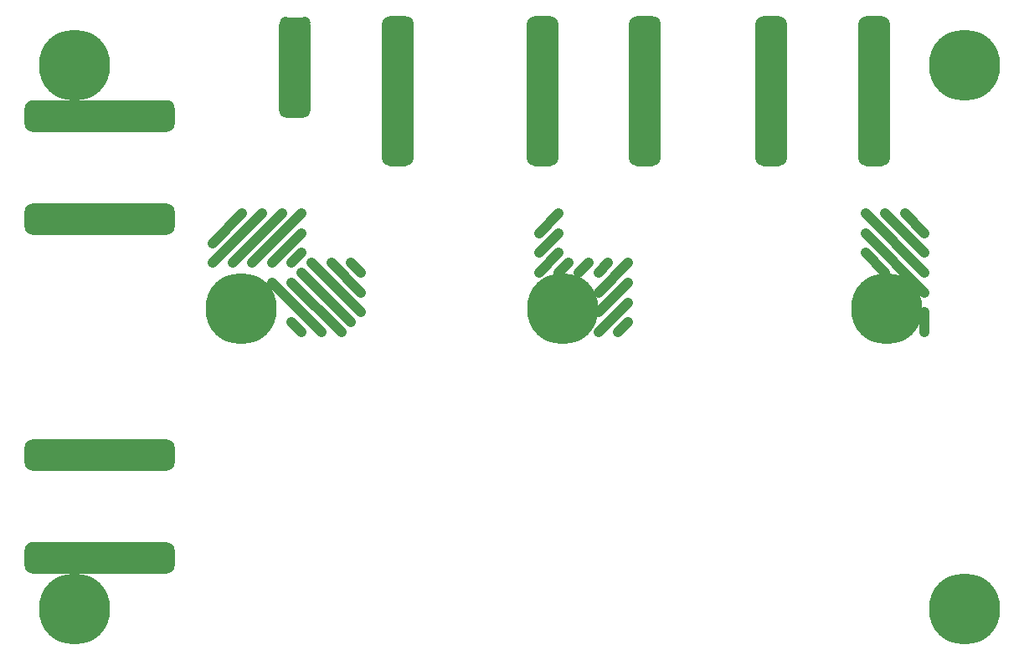
<source format=gbr>
%TF.GenerationSoftware,Altium Limited,Altium Designer,24.0.1 (36)*%
G04 Layer_Color=16711935*
%FSLAX45Y45*%
%MOMM*%
%TF.SameCoordinates,B8119A69-DF13-4F5F-B16A-25B655FCA713*%
%TF.FilePolarity,Negative*%
%TF.FileFunction,Soldermask,Bot*%
%TF.Part,Single*%
G01*
G75*
%TA.AperFunction,NonConductor*%
%ADD73C,1.01600*%
%TA.AperFunction,ConnectorPad*%
G04:AMPARAMS|DCode=95|XSize=3.2032mm|YSize=15.2032mm|CornerRadius=0.8516mm|HoleSize=0mm|Usage=FLASHONLY|Rotation=90.000|XOffset=0mm|YOffset=0mm|HoleType=Round|Shape=RoundedRectangle|*
%AMROUNDEDRECTD95*
21,1,3.20320,13.50000,0,0,90.0*
21,1,1.50000,15.20320,0,0,90.0*
1,1,1.70320,6.75000,0.75000*
1,1,1.70320,6.75000,-0.75000*
1,1,1.70320,-6.75000,-0.75000*
1,1,1.70320,-6.75000,0.75000*
%
%ADD95ROUNDEDRECTD95*%
G04:AMPARAMS|DCode=102|XSize=3.2032mm|YSize=10.2032mm|CornerRadius=0.8516mm|HoleSize=0mm|Usage=FLASHONLY|Rotation=0.000|XOffset=0mm|YOffset=0mm|HoleType=Round|Shape=RoundedRectangle|*
%AMROUNDEDRECTD102*
21,1,3.20320,8.50000,0,0,0.0*
21,1,1.50000,10.20320,0,0,0.0*
1,1,1.70320,0.75000,-4.25000*
1,1,1.70320,-0.75000,-4.25000*
1,1,1.70320,-0.75000,4.25000*
1,1,1.70320,0.75000,4.25000*
%
%ADD102ROUNDEDRECTD102*%
G04:AMPARAMS|DCode=104|XSize=3.2032mm|YSize=15.2032mm|CornerRadius=0.8516mm|HoleSize=0mm|Usage=FLASHONLY|Rotation=0.000|XOffset=0mm|YOffset=0mm|HoleType=Round|Shape=RoundedRectangle|*
%AMROUNDEDRECTD104*
21,1,3.20320,13.50000,0,0,0.0*
21,1,1.50000,15.20320,0,0,0.0*
1,1,1.70320,0.75000,-6.75000*
1,1,1.70320,-0.75000,-6.75000*
1,1,1.70320,-0.75000,6.75000*
1,1,1.70320,0.75000,6.75000*
%
%ADD104ROUNDEDRECTD104*%
%TA.AperFunction,SMDPad,CuDef*%
%ADD111C,0.20320*%
%TA.AperFunction,ComponentPad*%
%ADD112C,1.20320*%
%ADD113C,7.20320*%
%ADD114C,1.21920*%
D73*
X9100000Y3300000D02*
Y3500000D01*
X8500000Y4100000D02*
X8700000Y3900000D01*
X8500000Y4300000D02*
X9100000Y3700000D01*
X8500000Y4500000D02*
X9100000Y3900000D01*
X8700000Y4500000D02*
X9100000Y4100000D01*
X8700000Y4500000D02*
Y4500000D01*
X8900000D02*
X9100000Y4300000D01*
X6000000Y3300000D02*
X6100000Y3400000D01*
X6100000D01*
X5800000Y3300000D02*
X6100000Y3600000D01*
X5800000Y3500000D02*
X6100000Y3800000D01*
X6100000D01*
X5800000Y3700000D02*
X6100000Y4000000D01*
X5800000Y3900000D02*
X5900000Y4000000D01*
X5600000Y3900000D02*
X5700000Y4000000D01*
X5700000D01*
X5400000Y3900000D02*
X5500000Y4000000D01*
X5500000D01*
X5200000Y3900000D02*
X5400000Y4100000D01*
X5200000Y3900000D02*
X5200000D01*
X5200000Y4100000D02*
X5400000Y4300000D01*
X5200000D02*
X5400000Y4500000D01*
X5400000D01*
X2700000Y3400000D02*
X2800000Y3300000D01*
X2500000Y3800000D02*
X3000000Y3300000D01*
X2500000Y3800000D02*
Y3800000D01*
X2700000D02*
X3200000Y3300000D01*
X2800000Y3900000D02*
X3300000Y3400000D01*
X2900000Y4000000D02*
X3400000Y3500000D01*
X2900000Y4000000D02*
X2900000D01*
X3100000D02*
X3400000Y3700000D01*
X3300000Y4000000D02*
X3400000Y3900000D01*
X3300000Y4000000D02*
X3300000D01*
X2700000D02*
X2800000Y4100000D01*
X2500000Y4000000D02*
X2800000Y4300000D01*
Y4300000D01*
X2300000Y4000000D02*
X2800000Y4500000D01*
X2100000Y4000000D02*
X2600000Y4500000D01*
X1900000Y4000000D02*
X2400000Y4500000D01*
X1900000Y4200000D02*
X2200000Y4500000D01*
D95*
X760160Y4446403D02*
D03*
X760160Y5486400D02*
D03*
X760160Y1016000D02*
D03*
X760160Y2055997D02*
D03*
D102*
X2732337Y5979160D02*
D03*
D104*
X3772334Y5740400D02*
D03*
X6272397D02*
D03*
X5232400Y5740400D02*
D03*
X8585200D02*
D03*
X7545203Y5740400D02*
D03*
D111*
X1448480Y5393123D02*
D03*
X1448480Y1113223D02*
D03*
X3679057Y5052080D02*
D03*
X5329623Y5052080D02*
D03*
X6179120Y5052080D02*
D03*
X7642426Y5052080D02*
D03*
X8491923Y5052080D02*
D03*
D112*
X71800Y5393123D02*
D03*
X760140D02*
D03*
X415970D02*
D03*
X243885D02*
D03*
X932225D02*
D03*
X588055D02*
D03*
X1104310D02*
D03*
X1276395D02*
D03*
X1448480Y5583623D02*
D03*
X71800D02*
D03*
X760140D02*
D03*
X415970D02*
D03*
X243885D02*
D03*
X932225D02*
D03*
X588055D02*
D03*
X1104310D02*
D03*
X1276395D02*
D03*
X1448480Y922723D02*
D03*
X71800D02*
D03*
X760140D02*
D03*
X415970D02*
D03*
X243885D02*
D03*
X932225D02*
D03*
X588055D02*
D03*
X1104310D02*
D03*
X1276395D02*
D03*
X71800Y1113223D02*
D03*
X760140D02*
D03*
X415970D02*
D03*
X243885D02*
D03*
X932225D02*
D03*
X588055D02*
D03*
X1104310D02*
D03*
X1276395D02*
D03*
X2829560Y5912505D02*
D03*
Y5568335D02*
D03*
Y6256675D02*
D03*
Y6084590D02*
D03*
Y5740420D02*
D03*
Y6428760D02*
D03*
X2639060Y5912505D02*
D03*
Y5568335D02*
D03*
Y6256675D02*
D03*
Y6084590D02*
D03*
Y5740420D02*
D03*
Y6428760D02*
D03*
X3869557Y5224165D02*
D03*
Y5396250D02*
D03*
Y5912505D02*
D03*
Y5568335D02*
D03*
Y6256675D02*
D03*
Y6084590D02*
D03*
Y5740420D02*
D03*
Y6428760D02*
D03*
Y5052080D02*
D03*
X3679057Y5224165D02*
D03*
Y5396250D02*
D03*
Y5912505D02*
D03*
Y5568335D02*
D03*
Y6256675D02*
D03*
Y6084590D02*
D03*
Y5740420D02*
D03*
Y6428760D02*
D03*
X5329623Y5224165D02*
D03*
Y5396250D02*
D03*
Y5912505D02*
D03*
Y5568335D02*
D03*
Y6256675D02*
D03*
Y6084590D02*
D03*
Y5740420D02*
D03*
Y6428760D02*
D03*
X5139123Y5224165D02*
D03*
Y5396250D02*
D03*
Y5912505D02*
D03*
Y5568335D02*
D03*
Y6256675D02*
D03*
Y6084590D02*
D03*
Y5740420D02*
D03*
Y6428760D02*
D03*
Y5052080D02*
D03*
X6369620Y5224165D02*
D03*
Y5396250D02*
D03*
Y5912505D02*
D03*
Y5568335D02*
D03*
Y6256675D02*
D03*
Y6084590D02*
D03*
Y5740420D02*
D03*
Y6428760D02*
D03*
Y5052080D02*
D03*
X6179120Y5224165D02*
D03*
Y5396250D02*
D03*
Y5912505D02*
D03*
Y5568335D02*
D03*
Y6256675D02*
D03*
Y6084590D02*
D03*
Y5740420D02*
D03*
Y6428760D02*
D03*
X7642426Y5224165D02*
D03*
Y5396250D02*
D03*
Y5912505D02*
D03*
Y5568335D02*
D03*
Y6256675D02*
D03*
Y6084590D02*
D03*
Y5740420D02*
D03*
Y6428760D02*
D03*
X7451926Y5224165D02*
D03*
Y5396250D02*
D03*
Y5912505D02*
D03*
Y5568335D02*
D03*
Y6256675D02*
D03*
Y6084590D02*
D03*
Y5740420D02*
D03*
Y6428760D02*
D03*
Y5052080D02*
D03*
X8682423Y5224165D02*
D03*
Y5396250D02*
D03*
Y5912505D02*
D03*
Y5568335D02*
D03*
Y6256675D02*
D03*
Y6084590D02*
D03*
Y5740420D02*
D03*
Y6428760D02*
D03*
Y5052080D02*
D03*
X8491923Y5224165D02*
D03*
Y5396250D02*
D03*
Y5912505D02*
D03*
Y5568335D02*
D03*
Y6256675D02*
D03*
Y6084590D02*
D03*
Y5740420D02*
D03*
Y6428760D02*
D03*
D113*
X8719820Y3533140D02*
D03*
X5438140D02*
D03*
X2186940D02*
D03*
X9499384Y500001D02*
D03*
Y6000012D02*
D03*
X499366Y500001D02*
D03*
Y6000012D02*
D03*
D114*
X8450580Y3533140D02*
D03*
X8585200Y3299971D02*
D03*
X8854440D02*
D03*
X8989060Y3533140D02*
D03*
X8854440Y3766309D02*
D03*
X8585200D02*
D03*
X5168900Y3533140D02*
D03*
X5303520Y3299971D02*
D03*
X5572760D02*
D03*
X5707380Y3533140D02*
D03*
X5572760Y3766309D02*
D03*
X5303520D02*
D03*
X1917700Y3533140D02*
D03*
X2052320Y3299971D02*
D03*
X2321560D02*
D03*
X2456180Y3533140D02*
D03*
X2321560Y3766309D02*
D03*
X2052320D02*
D03*
X9364764Y733170D02*
D03*
X9634004D02*
D03*
X9768624Y500001D02*
D03*
X9634004Y266832D02*
D03*
X9364764D02*
D03*
X9230144Y500001D02*
D03*
X9364764Y6233181D02*
D03*
X9634004D02*
D03*
X9768624Y6000012D02*
D03*
X9634004Y5766843D02*
D03*
X9364764D02*
D03*
X9230144Y6000012D02*
D03*
X364746Y733170D02*
D03*
X633986D02*
D03*
X768606Y500001D02*
D03*
X633986Y266832D02*
D03*
X364746D02*
D03*
X230126Y500001D02*
D03*
X364746Y6233181D02*
D03*
X633986D02*
D03*
X768606Y6000012D02*
D03*
X633986Y5766843D02*
D03*
X364746D02*
D03*
X230126Y6000012D02*
D03*
%TF.MD5,03021503c852c67206ad08a564d027e4*%
M02*

</source>
